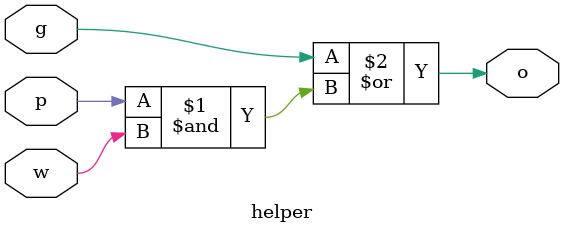
<source format=v>
module helper (
    o,g,p,w
);  
    output o;
    input g,p,w;
    assign o = g | ( p&w );
endmodule
</source>
